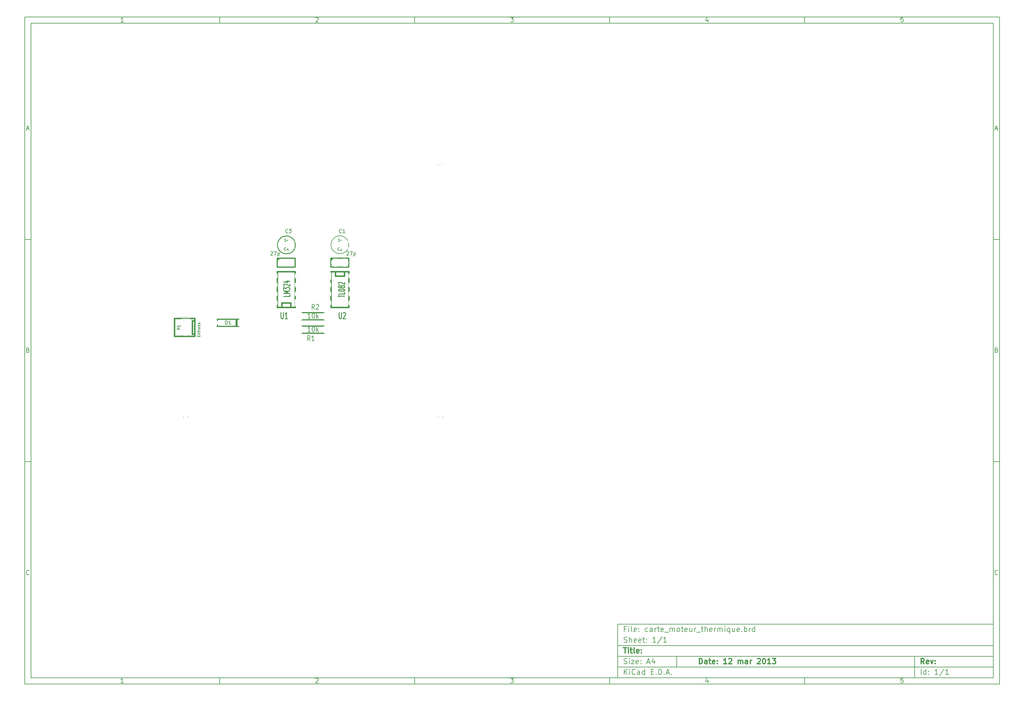
<source format=gto>
G04 (created by PCBNEW-RS274X (2012-01-19 BZR 3256)-stable) date 12/03/2013 15:57:58*
G01*
G70*
G90*
%MOIN*%
G04 Gerber Fmt 3.4, Leading zero omitted, Abs format*
%FSLAX34Y34*%
G04 APERTURE LIST*
%ADD10C,0.006000*%
%ADD11C,0.012000*%
%ADD12C,0.015000*%
%ADD13C,0.005000*%
%ADD14C,0.010000*%
%ADD15C,0.008000*%
%ADD16C,0.011300*%
%ADD17C,0.095000*%
%ADD18R,0.095000X0.095000*%
%ADD19C,0.235000*%
%ADD20C,0.105000*%
%ADD21R,0.075000X0.075000*%
%ADD22C,0.075000*%
%ADD23C,0.295600*%
%ADD24R,0.110000X0.082000*%
%ADD25O,0.110000X0.082000*%
%ADD26R,0.090000X0.090000*%
%ADD27C,0.090000*%
G04 APERTURE END LIST*
G54D10*
X04000Y-04000D02*
X113000Y-04000D01*
X113000Y-78670D01*
X04000Y-78670D01*
X04000Y-04000D01*
X04700Y-04700D02*
X112300Y-04700D01*
X112300Y-77970D01*
X04700Y-77970D01*
X04700Y-04700D01*
X25800Y-04000D02*
X25800Y-04700D01*
X15043Y-04552D02*
X14757Y-04552D01*
X14900Y-04552D02*
X14900Y-04052D01*
X14852Y-04124D01*
X14805Y-04171D01*
X14757Y-04195D01*
X25800Y-78670D02*
X25800Y-77970D01*
X15043Y-78522D02*
X14757Y-78522D01*
X14900Y-78522D02*
X14900Y-78022D01*
X14852Y-78094D01*
X14805Y-78141D01*
X14757Y-78165D01*
X47600Y-04000D02*
X47600Y-04700D01*
X36557Y-04100D02*
X36581Y-04076D01*
X36629Y-04052D01*
X36748Y-04052D01*
X36795Y-04076D01*
X36819Y-04100D01*
X36843Y-04148D01*
X36843Y-04195D01*
X36819Y-04267D01*
X36533Y-04552D01*
X36843Y-04552D01*
X47600Y-78670D02*
X47600Y-77970D01*
X36557Y-78070D02*
X36581Y-78046D01*
X36629Y-78022D01*
X36748Y-78022D01*
X36795Y-78046D01*
X36819Y-78070D01*
X36843Y-78118D01*
X36843Y-78165D01*
X36819Y-78237D01*
X36533Y-78522D01*
X36843Y-78522D01*
X69400Y-04000D02*
X69400Y-04700D01*
X58333Y-04052D02*
X58643Y-04052D01*
X58476Y-04243D01*
X58548Y-04243D01*
X58595Y-04267D01*
X58619Y-04290D01*
X58643Y-04338D01*
X58643Y-04457D01*
X58619Y-04505D01*
X58595Y-04529D01*
X58548Y-04552D01*
X58405Y-04552D01*
X58357Y-04529D01*
X58333Y-04505D01*
X69400Y-78670D02*
X69400Y-77970D01*
X58333Y-78022D02*
X58643Y-78022D01*
X58476Y-78213D01*
X58548Y-78213D01*
X58595Y-78237D01*
X58619Y-78260D01*
X58643Y-78308D01*
X58643Y-78427D01*
X58619Y-78475D01*
X58595Y-78499D01*
X58548Y-78522D01*
X58405Y-78522D01*
X58357Y-78499D01*
X58333Y-78475D01*
X91200Y-04000D02*
X91200Y-04700D01*
X80395Y-04219D02*
X80395Y-04552D01*
X80276Y-04029D02*
X80157Y-04386D01*
X80467Y-04386D01*
X91200Y-78670D02*
X91200Y-77970D01*
X80395Y-78189D02*
X80395Y-78522D01*
X80276Y-77999D02*
X80157Y-78356D01*
X80467Y-78356D01*
X102219Y-04052D02*
X101981Y-04052D01*
X101957Y-04290D01*
X101981Y-04267D01*
X102029Y-04243D01*
X102148Y-04243D01*
X102195Y-04267D01*
X102219Y-04290D01*
X102243Y-04338D01*
X102243Y-04457D01*
X102219Y-04505D01*
X102195Y-04529D01*
X102148Y-04552D01*
X102029Y-04552D01*
X101981Y-04529D01*
X101957Y-04505D01*
X102219Y-78022D02*
X101981Y-78022D01*
X101957Y-78260D01*
X101981Y-78237D01*
X102029Y-78213D01*
X102148Y-78213D01*
X102195Y-78237D01*
X102219Y-78260D01*
X102243Y-78308D01*
X102243Y-78427D01*
X102219Y-78475D01*
X102195Y-78499D01*
X102148Y-78522D01*
X102029Y-78522D01*
X101981Y-78499D01*
X101957Y-78475D01*
X04000Y-28890D02*
X04700Y-28890D01*
X04231Y-16510D02*
X04469Y-16510D01*
X04184Y-16652D02*
X04350Y-16152D01*
X04517Y-16652D01*
X113000Y-28890D02*
X112300Y-28890D01*
X112531Y-16510D02*
X112769Y-16510D01*
X112484Y-16652D02*
X112650Y-16152D01*
X112817Y-16652D01*
X04000Y-53780D02*
X04700Y-53780D01*
X04386Y-41280D02*
X04457Y-41304D01*
X04481Y-41328D01*
X04505Y-41376D01*
X04505Y-41447D01*
X04481Y-41495D01*
X04457Y-41519D01*
X04410Y-41542D01*
X04219Y-41542D01*
X04219Y-41042D01*
X04386Y-41042D01*
X04433Y-41066D01*
X04457Y-41090D01*
X04481Y-41138D01*
X04481Y-41185D01*
X04457Y-41233D01*
X04433Y-41257D01*
X04386Y-41280D01*
X04219Y-41280D01*
X113000Y-53780D02*
X112300Y-53780D01*
X112686Y-41280D02*
X112757Y-41304D01*
X112781Y-41328D01*
X112805Y-41376D01*
X112805Y-41447D01*
X112781Y-41495D01*
X112757Y-41519D01*
X112710Y-41542D01*
X112519Y-41542D01*
X112519Y-41042D01*
X112686Y-41042D01*
X112733Y-41066D01*
X112757Y-41090D01*
X112781Y-41138D01*
X112781Y-41185D01*
X112757Y-41233D01*
X112733Y-41257D01*
X112686Y-41280D01*
X112519Y-41280D01*
X04505Y-66385D02*
X04481Y-66409D01*
X04410Y-66432D01*
X04362Y-66432D01*
X04290Y-66409D01*
X04243Y-66361D01*
X04219Y-66313D01*
X04195Y-66218D01*
X04195Y-66147D01*
X04219Y-66051D01*
X04243Y-66004D01*
X04290Y-65956D01*
X04362Y-65932D01*
X04410Y-65932D01*
X04481Y-65956D01*
X04505Y-65980D01*
X112805Y-66385D02*
X112781Y-66409D01*
X112710Y-66432D01*
X112662Y-66432D01*
X112590Y-66409D01*
X112543Y-66361D01*
X112519Y-66313D01*
X112495Y-66218D01*
X112495Y-66147D01*
X112519Y-66051D01*
X112543Y-66004D01*
X112590Y-65956D01*
X112662Y-65932D01*
X112710Y-65932D01*
X112781Y-65956D01*
X112805Y-65980D01*
G54D11*
X79443Y-76413D02*
X79443Y-75813D01*
X79586Y-75813D01*
X79671Y-75841D01*
X79729Y-75899D01*
X79757Y-75956D01*
X79786Y-76070D01*
X79786Y-76156D01*
X79757Y-76270D01*
X79729Y-76327D01*
X79671Y-76384D01*
X79586Y-76413D01*
X79443Y-76413D01*
X80300Y-76413D02*
X80300Y-76099D01*
X80271Y-76041D01*
X80214Y-76013D01*
X80100Y-76013D01*
X80043Y-76041D01*
X80300Y-76384D02*
X80243Y-76413D01*
X80100Y-76413D01*
X80043Y-76384D01*
X80014Y-76327D01*
X80014Y-76270D01*
X80043Y-76213D01*
X80100Y-76184D01*
X80243Y-76184D01*
X80300Y-76156D01*
X80500Y-76013D02*
X80729Y-76013D01*
X80586Y-75813D02*
X80586Y-76327D01*
X80614Y-76384D01*
X80672Y-76413D01*
X80729Y-76413D01*
X81157Y-76384D02*
X81100Y-76413D01*
X80986Y-76413D01*
X80929Y-76384D01*
X80900Y-76327D01*
X80900Y-76099D01*
X80929Y-76041D01*
X80986Y-76013D01*
X81100Y-76013D01*
X81157Y-76041D01*
X81186Y-76099D01*
X81186Y-76156D01*
X80900Y-76213D01*
X81443Y-76356D02*
X81471Y-76384D01*
X81443Y-76413D01*
X81414Y-76384D01*
X81443Y-76356D01*
X81443Y-76413D01*
X81443Y-76041D02*
X81471Y-76070D01*
X81443Y-76099D01*
X81414Y-76070D01*
X81443Y-76041D01*
X81443Y-76099D01*
X82500Y-76413D02*
X82157Y-76413D01*
X82329Y-76413D02*
X82329Y-75813D01*
X82272Y-75899D01*
X82214Y-75956D01*
X82157Y-75984D01*
X82728Y-75870D02*
X82757Y-75841D01*
X82814Y-75813D01*
X82957Y-75813D01*
X83014Y-75841D01*
X83043Y-75870D01*
X83071Y-75927D01*
X83071Y-75984D01*
X83043Y-76070D01*
X82700Y-76413D01*
X83071Y-76413D01*
X83785Y-76413D02*
X83785Y-76013D01*
X83785Y-76070D02*
X83813Y-76041D01*
X83871Y-76013D01*
X83956Y-76013D01*
X84013Y-76041D01*
X84042Y-76099D01*
X84042Y-76413D01*
X84042Y-76099D02*
X84071Y-76041D01*
X84128Y-76013D01*
X84213Y-76013D01*
X84271Y-76041D01*
X84299Y-76099D01*
X84299Y-76413D01*
X84842Y-76413D02*
X84842Y-76099D01*
X84813Y-76041D01*
X84756Y-76013D01*
X84642Y-76013D01*
X84585Y-76041D01*
X84842Y-76384D02*
X84785Y-76413D01*
X84642Y-76413D01*
X84585Y-76384D01*
X84556Y-76327D01*
X84556Y-76270D01*
X84585Y-76213D01*
X84642Y-76184D01*
X84785Y-76184D01*
X84842Y-76156D01*
X85128Y-76413D02*
X85128Y-76013D01*
X85128Y-76127D02*
X85156Y-76070D01*
X85185Y-76041D01*
X85242Y-76013D01*
X85299Y-76013D01*
X85927Y-75870D02*
X85956Y-75841D01*
X86013Y-75813D01*
X86156Y-75813D01*
X86213Y-75841D01*
X86242Y-75870D01*
X86270Y-75927D01*
X86270Y-75984D01*
X86242Y-76070D01*
X85899Y-76413D01*
X86270Y-76413D01*
X86641Y-75813D02*
X86698Y-75813D01*
X86755Y-75841D01*
X86784Y-75870D01*
X86813Y-75927D01*
X86841Y-76041D01*
X86841Y-76184D01*
X86813Y-76299D01*
X86784Y-76356D01*
X86755Y-76384D01*
X86698Y-76413D01*
X86641Y-76413D01*
X86584Y-76384D01*
X86555Y-76356D01*
X86527Y-76299D01*
X86498Y-76184D01*
X86498Y-76041D01*
X86527Y-75927D01*
X86555Y-75870D01*
X86584Y-75841D01*
X86641Y-75813D01*
X87412Y-76413D02*
X87069Y-76413D01*
X87241Y-76413D02*
X87241Y-75813D01*
X87184Y-75899D01*
X87126Y-75956D01*
X87069Y-75984D01*
X87612Y-75813D02*
X87983Y-75813D01*
X87783Y-76041D01*
X87869Y-76041D01*
X87926Y-76070D01*
X87955Y-76099D01*
X87983Y-76156D01*
X87983Y-76299D01*
X87955Y-76356D01*
X87926Y-76384D01*
X87869Y-76413D01*
X87697Y-76413D01*
X87640Y-76384D01*
X87612Y-76356D01*
G54D10*
X71043Y-77613D02*
X71043Y-77013D01*
X71386Y-77613D02*
X71129Y-77270D01*
X71386Y-77013D02*
X71043Y-77356D01*
X71643Y-77613D02*
X71643Y-77213D01*
X71643Y-77013D02*
X71614Y-77041D01*
X71643Y-77070D01*
X71671Y-77041D01*
X71643Y-77013D01*
X71643Y-77070D01*
X72272Y-77556D02*
X72243Y-77584D01*
X72157Y-77613D01*
X72100Y-77613D01*
X72015Y-77584D01*
X71957Y-77527D01*
X71929Y-77470D01*
X71900Y-77356D01*
X71900Y-77270D01*
X71929Y-77156D01*
X71957Y-77099D01*
X72015Y-77041D01*
X72100Y-77013D01*
X72157Y-77013D01*
X72243Y-77041D01*
X72272Y-77070D01*
X72786Y-77613D02*
X72786Y-77299D01*
X72757Y-77241D01*
X72700Y-77213D01*
X72586Y-77213D01*
X72529Y-77241D01*
X72786Y-77584D02*
X72729Y-77613D01*
X72586Y-77613D01*
X72529Y-77584D01*
X72500Y-77527D01*
X72500Y-77470D01*
X72529Y-77413D01*
X72586Y-77384D01*
X72729Y-77384D01*
X72786Y-77356D01*
X73329Y-77613D02*
X73329Y-77013D01*
X73329Y-77584D02*
X73272Y-77613D01*
X73158Y-77613D01*
X73100Y-77584D01*
X73072Y-77556D01*
X73043Y-77499D01*
X73043Y-77327D01*
X73072Y-77270D01*
X73100Y-77241D01*
X73158Y-77213D01*
X73272Y-77213D01*
X73329Y-77241D01*
X74072Y-77299D02*
X74272Y-77299D01*
X74358Y-77613D02*
X74072Y-77613D01*
X74072Y-77013D01*
X74358Y-77013D01*
X74615Y-77556D02*
X74643Y-77584D01*
X74615Y-77613D01*
X74586Y-77584D01*
X74615Y-77556D01*
X74615Y-77613D01*
X74901Y-77613D02*
X74901Y-77013D01*
X75044Y-77013D01*
X75129Y-77041D01*
X75187Y-77099D01*
X75215Y-77156D01*
X75244Y-77270D01*
X75244Y-77356D01*
X75215Y-77470D01*
X75187Y-77527D01*
X75129Y-77584D01*
X75044Y-77613D01*
X74901Y-77613D01*
X75501Y-77556D02*
X75529Y-77584D01*
X75501Y-77613D01*
X75472Y-77584D01*
X75501Y-77556D01*
X75501Y-77613D01*
X75758Y-77441D02*
X76044Y-77441D01*
X75701Y-77613D02*
X75901Y-77013D01*
X76101Y-77613D01*
X76301Y-77556D02*
X76329Y-77584D01*
X76301Y-77613D01*
X76272Y-77584D01*
X76301Y-77556D01*
X76301Y-77613D01*
G54D11*
X104586Y-76413D02*
X104386Y-76127D01*
X104243Y-76413D02*
X104243Y-75813D01*
X104471Y-75813D01*
X104529Y-75841D01*
X104557Y-75870D01*
X104586Y-75927D01*
X104586Y-76013D01*
X104557Y-76070D01*
X104529Y-76099D01*
X104471Y-76127D01*
X104243Y-76127D01*
X105071Y-76384D02*
X105014Y-76413D01*
X104900Y-76413D01*
X104843Y-76384D01*
X104814Y-76327D01*
X104814Y-76099D01*
X104843Y-76041D01*
X104900Y-76013D01*
X105014Y-76013D01*
X105071Y-76041D01*
X105100Y-76099D01*
X105100Y-76156D01*
X104814Y-76213D01*
X105300Y-76013D02*
X105443Y-76413D01*
X105585Y-76013D01*
X105814Y-76356D02*
X105842Y-76384D01*
X105814Y-76413D01*
X105785Y-76384D01*
X105814Y-76356D01*
X105814Y-76413D01*
X105814Y-76041D02*
X105842Y-76070D01*
X105814Y-76099D01*
X105785Y-76070D01*
X105814Y-76041D01*
X105814Y-76099D01*
G54D10*
X71014Y-76384D02*
X71100Y-76413D01*
X71243Y-76413D01*
X71300Y-76384D01*
X71329Y-76356D01*
X71357Y-76299D01*
X71357Y-76241D01*
X71329Y-76184D01*
X71300Y-76156D01*
X71243Y-76127D01*
X71129Y-76099D01*
X71071Y-76070D01*
X71043Y-76041D01*
X71014Y-75984D01*
X71014Y-75927D01*
X71043Y-75870D01*
X71071Y-75841D01*
X71129Y-75813D01*
X71271Y-75813D01*
X71357Y-75841D01*
X71614Y-76413D02*
X71614Y-76013D01*
X71614Y-75813D02*
X71585Y-75841D01*
X71614Y-75870D01*
X71642Y-75841D01*
X71614Y-75813D01*
X71614Y-75870D01*
X71843Y-76013D02*
X72157Y-76013D01*
X71843Y-76413D01*
X72157Y-76413D01*
X72614Y-76384D02*
X72557Y-76413D01*
X72443Y-76413D01*
X72386Y-76384D01*
X72357Y-76327D01*
X72357Y-76099D01*
X72386Y-76041D01*
X72443Y-76013D01*
X72557Y-76013D01*
X72614Y-76041D01*
X72643Y-76099D01*
X72643Y-76156D01*
X72357Y-76213D01*
X72900Y-76356D02*
X72928Y-76384D01*
X72900Y-76413D01*
X72871Y-76384D01*
X72900Y-76356D01*
X72900Y-76413D01*
X72900Y-76041D02*
X72928Y-76070D01*
X72900Y-76099D01*
X72871Y-76070D01*
X72900Y-76041D01*
X72900Y-76099D01*
X73614Y-76241D02*
X73900Y-76241D01*
X73557Y-76413D02*
X73757Y-75813D01*
X73957Y-76413D01*
X74414Y-76013D02*
X74414Y-76413D01*
X74271Y-75784D02*
X74128Y-76213D01*
X74500Y-76213D01*
X104243Y-77613D02*
X104243Y-77013D01*
X104786Y-77613D02*
X104786Y-77013D01*
X104786Y-77584D02*
X104729Y-77613D01*
X104615Y-77613D01*
X104557Y-77584D01*
X104529Y-77556D01*
X104500Y-77499D01*
X104500Y-77327D01*
X104529Y-77270D01*
X104557Y-77241D01*
X104615Y-77213D01*
X104729Y-77213D01*
X104786Y-77241D01*
X105072Y-77556D02*
X105100Y-77584D01*
X105072Y-77613D01*
X105043Y-77584D01*
X105072Y-77556D01*
X105072Y-77613D01*
X105072Y-77241D02*
X105100Y-77270D01*
X105072Y-77299D01*
X105043Y-77270D01*
X105072Y-77241D01*
X105072Y-77299D01*
X106129Y-77613D02*
X105786Y-77613D01*
X105958Y-77613D02*
X105958Y-77013D01*
X105901Y-77099D01*
X105843Y-77156D01*
X105786Y-77184D01*
X106814Y-76984D02*
X106300Y-77756D01*
X107329Y-77613D02*
X106986Y-77613D01*
X107158Y-77613D02*
X107158Y-77013D01*
X107101Y-77099D01*
X107043Y-77156D01*
X106986Y-77184D01*
G54D11*
X70957Y-74613D02*
X71300Y-74613D01*
X71129Y-75213D02*
X71129Y-74613D01*
X71500Y-75213D02*
X71500Y-74813D01*
X71500Y-74613D02*
X71471Y-74641D01*
X71500Y-74670D01*
X71528Y-74641D01*
X71500Y-74613D01*
X71500Y-74670D01*
X71700Y-74813D02*
X71929Y-74813D01*
X71786Y-74613D02*
X71786Y-75127D01*
X71814Y-75184D01*
X71872Y-75213D01*
X71929Y-75213D01*
X72215Y-75213D02*
X72157Y-75184D01*
X72129Y-75127D01*
X72129Y-74613D01*
X72671Y-75184D02*
X72614Y-75213D01*
X72500Y-75213D01*
X72443Y-75184D01*
X72414Y-75127D01*
X72414Y-74899D01*
X72443Y-74841D01*
X72500Y-74813D01*
X72614Y-74813D01*
X72671Y-74841D01*
X72700Y-74899D01*
X72700Y-74956D01*
X72414Y-75013D01*
X72957Y-75156D02*
X72985Y-75184D01*
X72957Y-75213D01*
X72928Y-75184D01*
X72957Y-75156D01*
X72957Y-75213D01*
X72957Y-74841D02*
X72985Y-74870D01*
X72957Y-74899D01*
X72928Y-74870D01*
X72957Y-74841D01*
X72957Y-74899D01*
G54D10*
X71243Y-72499D02*
X71043Y-72499D01*
X71043Y-72813D02*
X71043Y-72213D01*
X71329Y-72213D01*
X71557Y-72813D02*
X71557Y-72413D01*
X71557Y-72213D02*
X71528Y-72241D01*
X71557Y-72270D01*
X71585Y-72241D01*
X71557Y-72213D01*
X71557Y-72270D01*
X71929Y-72813D02*
X71871Y-72784D01*
X71843Y-72727D01*
X71843Y-72213D01*
X72385Y-72784D02*
X72328Y-72813D01*
X72214Y-72813D01*
X72157Y-72784D01*
X72128Y-72727D01*
X72128Y-72499D01*
X72157Y-72441D01*
X72214Y-72413D01*
X72328Y-72413D01*
X72385Y-72441D01*
X72414Y-72499D01*
X72414Y-72556D01*
X72128Y-72613D01*
X72671Y-72756D02*
X72699Y-72784D01*
X72671Y-72813D01*
X72642Y-72784D01*
X72671Y-72756D01*
X72671Y-72813D01*
X72671Y-72441D02*
X72699Y-72470D01*
X72671Y-72499D01*
X72642Y-72470D01*
X72671Y-72441D01*
X72671Y-72499D01*
X73671Y-72784D02*
X73614Y-72813D01*
X73500Y-72813D01*
X73442Y-72784D01*
X73414Y-72756D01*
X73385Y-72699D01*
X73385Y-72527D01*
X73414Y-72470D01*
X73442Y-72441D01*
X73500Y-72413D01*
X73614Y-72413D01*
X73671Y-72441D01*
X74185Y-72813D02*
X74185Y-72499D01*
X74156Y-72441D01*
X74099Y-72413D01*
X73985Y-72413D01*
X73928Y-72441D01*
X74185Y-72784D02*
X74128Y-72813D01*
X73985Y-72813D01*
X73928Y-72784D01*
X73899Y-72727D01*
X73899Y-72670D01*
X73928Y-72613D01*
X73985Y-72584D01*
X74128Y-72584D01*
X74185Y-72556D01*
X74471Y-72813D02*
X74471Y-72413D01*
X74471Y-72527D02*
X74499Y-72470D01*
X74528Y-72441D01*
X74585Y-72413D01*
X74642Y-72413D01*
X74756Y-72413D02*
X74985Y-72413D01*
X74842Y-72213D02*
X74842Y-72727D01*
X74870Y-72784D01*
X74928Y-72813D01*
X74985Y-72813D01*
X75413Y-72784D02*
X75356Y-72813D01*
X75242Y-72813D01*
X75185Y-72784D01*
X75156Y-72727D01*
X75156Y-72499D01*
X75185Y-72441D01*
X75242Y-72413D01*
X75356Y-72413D01*
X75413Y-72441D01*
X75442Y-72499D01*
X75442Y-72556D01*
X75156Y-72613D01*
X75556Y-72870D02*
X76013Y-72870D01*
X76156Y-72813D02*
X76156Y-72413D01*
X76156Y-72470D02*
X76184Y-72441D01*
X76242Y-72413D01*
X76327Y-72413D01*
X76384Y-72441D01*
X76413Y-72499D01*
X76413Y-72813D01*
X76413Y-72499D02*
X76442Y-72441D01*
X76499Y-72413D01*
X76584Y-72413D01*
X76642Y-72441D01*
X76670Y-72499D01*
X76670Y-72813D01*
X77042Y-72813D02*
X76984Y-72784D01*
X76956Y-72756D01*
X76927Y-72699D01*
X76927Y-72527D01*
X76956Y-72470D01*
X76984Y-72441D01*
X77042Y-72413D01*
X77127Y-72413D01*
X77184Y-72441D01*
X77213Y-72470D01*
X77242Y-72527D01*
X77242Y-72699D01*
X77213Y-72756D01*
X77184Y-72784D01*
X77127Y-72813D01*
X77042Y-72813D01*
X77413Y-72413D02*
X77642Y-72413D01*
X77499Y-72213D02*
X77499Y-72727D01*
X77527Y-72784D01*
X77585Y-72813D01*
X77642Y-72813D01*
X78070Y-72784D02*
X78013Y-72813D01*
X77899Y-72813D01*
X77842Y-72784D01*
X77813Y-72727D01*
X77813Y-72499D01*
X77842Y-72441D01*
X77899Y-72413D01*
X78013Y-72413D01*
X78070Y-72441D01*
X78099Y-72499D01*
X78099Y-72556D01*
X77813Y-72613D01*
X78613Y-72413D02*
X78613Y-72813D01*
X78356Y-72413D02*
X78356Y-72727D01*
X78384Y-72784D01*
X78442Y-72813D01*
X78527Y-72813D01*
X78584Y-72784D01*
X78613Y-72756D01*
X78899Y-72813D02*
X78899Y-72413D01*
X78899Y-72527D02*
X78927Y-72470D01*
X78956Y-72441D01*
X79013Y-72413D01*
X79070Y-72413D01*
X79127Y-72870D02*
X79584Y-72870D01*
X79641Y-72413D02*
X79870Y-72413D01*
X79727Y-72213D02*
X79727Y-72727D01*
X79755Y-72784D01*
X79813Y-72813D01*
X79870Y-72813D01*
X80070Y-72813D02*
X80070Y-72213D01*
X80327Y-72813D02*
X80327Y-72499D01*
X80298Y-72441D01*
X80241Y-72413D01*
X80156Y-72413D01*
X80098Y-72441D01*
X80070Y-72470D01*
X80841Y-72784D02*
X80784Y-72813D01*
X80670Y-72813D01*
X80613Y-72784D01*
X80584Y-72727D01*
X80584Y-72499D01*
X80613Y-72441D01*
X80670Y-72413D01*
X80784Y-72413D01*
X80841Y-72441D01*
X80870Y-72499D01*
X80870Y-72556D01*
X80584Y-72613D01*
X81127Y-72813D02*
X81127Y-72413D01*
X81127Y-72527D02*
X81155Y-72470D01*
X81184Y-72441D01*
X81241Y-72413D01*
X81298Y-72413D01*
X81498Y-72813D02*
X81498Y-72413D01*
X81498Y-72470D02*
X81526Y-72441D01*
X81584Y-72413D01*
X81669Y-72413D01*
X81726Y-72441D01*
X81755Y-72499D01*
X81755Y-72813D01*
X81755Y-72499D02*
X81784Y-72441D01*
X81841Y-72413D01*
X81926Y-72413D01*
X81984Y-72441D01*
X82012Y-72499D01*
X82012Y-72813D01*
X82298Y-72813D02*
X82298Y-72413D01*
X82298Y-72213D02*
X82269Y-72241D01*
X82298Y-72270D01*
X82326Y-72241D01*
X82298Y-72213D01*
X82298Y-72270D01*
X82841Y-72413D02*
X82841Y-73013D01*
X82841Y-72784D02*
X82784Y-72813D01*
X82670Y-72813D01*
X82612Y-72784D01*
X82584Y-72756D01*
X82555Y-72699D01*
X82555Y-72527D01*
X82584Y-72470D01*
X82612Y-72441D01*
X82670Y-72413D01*
X82784Y-72413D01*
X82841Y-72441D01*
X83384Y-72413D02*
X83384Y-72813D01*
X83127Y-72413D02*
X83127Y-72727D01*
X83155Y-72784D01*
X83213Y-72813D01*
X83298Y-72813D01*
X83355Y-72784D01*
X83384Y-72756D01*
X83898Y-72784D02*
X83841Y-72813D01*
X83727Y-72813D01*
X83670Y-72784D01*
X83641Y-72727D01*
X83641Y-72499D01*
X83670Y-72441D01*
X83727Y-72413D01*
X83841Y-72413D01*
X83898Y-72441D01*
X83927Y-72499D01*
X83927Y-72556D01*
X83641Y-72613D01*
X84184Y-72756D02*
X84212Y-72784D01*
X84184Y-72813D01*
X84155Y-72784D01*
X84184Y-72756D01*
X84184Y-72813D01*
X84470Y-72813D02*
X84470Y-72213D01*
X84470Y-72441D02*
X84527Y-72413D01*
X84641Y-72413D01*
X84698Y-72441D01*
X84727Y-72470D01*
X84756Y-72527D01*
X84756Y-72699D01*
X84727Y-72756D01*
X84698Y-72784D01*
X84641Y-72813D01*
X84527Y-72813D01*
X84470Y-72784D01*
X85013Y-72813D02*
X85013Y-72413D01*
X85013Y-72527D02*
X85041Y-72470D01*
X85070Y-72441D01*
X85127Y-72413D01*
X85184Y-72413D01*
X85641Y-72813D02*
X85641Y-72213D01*
X85641Y-72784D02*
X85584Y-72813D01*
X85470Y-72813D01*
X85412Y-72784D01*
X85384Y-72756D01*
X85355Y-72699D01*
X85355Y-72527D01*
X85384Y-72470D01*
X85412Y-72441D01*
X85470Y-72413D01*
X85584Y-72413D01*
X85641Y-72441D01*
X71014Y-73984D02*
X71100Y-74013D01*
X71243Y-74013D01*
X71300Y-73984D01*
X71329Y-73956D01*
X71357Y-73899D01*
X71357Y-73841D01*
X71329Y-73784D01*
X71300Y-73756D01*
X71243Y-73727D01*
X71129Y-73699D01*
X71071Y-73670D01*
X71043Y-73641D01*
X71014Y-73584D01*
X71014Y-73527D01*
X71043Y-73470D01*
X71071Y-73441D01*
X71129Y-73413D01*
X71271Y-73413D01*
X71357Y-73441D01*
X71614Y-74013D02*
X71614Y-73413D01*
X71871Y-74013D02*
X71871Y-73699D01*
X71842Y-73641D01*
X71785Y-73613D01*
X71700Y-73613D01*
X71642Y-73641D01*
X71614Y-73670D01*
X72385Y-73984D02*
X72328Y-74013D01*
X72214Y-74013D01*
X72157Y-73984D01*
X72128Y-73927D01*
X72128Y-73699D01*
X72157Y-73641D01*
X72214Y-73613D01*
X72328Y-73613D01*
X72385Y-73641D01*
X72414Y-73699D01*
X72414Y-73756D01*
X72128Y-73813D01*
X72899Y-73984D02*
X72842Y-74013D01*
X72728Y-74013D01*
X72671Y-73984D01*
X72642Y-73927D01*
X72642Y-73699D01*
X72671Y-73641D01*
X72728Y-73613D01*
X72842Y-73613D01*
X72899Y-73641D01*
X72928Y-73699D01*
X72928Y-73756D01*
X72642Y-73813D01*
X73099Y-73613D02*
X73328Y-73613D01*
X73185Y-73413D02*
X73185Y-73927D01*
X73213Y-73984D01*
X73271Y-74013D01*
X73328Y-74013D01*
X73528Y-73956D02*
X73556Y-73984D01*
X73528Y-74013D01*
X73499Y-73984D01*
X73528Y-73956D01*
X73528Y-74013D01*
X73528Y-73641D02*
X73556Y-73670D01*
X73528Y-73699D01*
X73499Y-73670D01*
X73528Y-73641D01*
X73528Y-73699D01*
X74585Y-74013D02*
X74242Y-74013D01*
X74414Y-74013D02*
X74414Y-73413D01*
X74357Y-73499D01*
X74299Y-73556D01*
X74242Y-73584D01*
X75270Y-73384D02*
X74756Y-74156D01*
X75785Y-74013D02*
X75442Y-74013D01*
X75614Y-74013D02*
X75614Y-73413D01*
X75557Y-73499D01*
X75499Y-73556D01*
X75442Y-73584D01*
X70300Y-71970D02*
X70300Y-77970D01*
X70300Y-71970D02*
X112300Y-71970D01*
X70300Y-71970D02*
X112300Y-71970D01*
X70300Y-74370D02*
X112300Y-74370D01*
X103500Y-75570D02*
X103500Y-77970D01*
X70300Y-76770D02*
X112300Y-76770D01*
X70300Y-75570D02*
X112300Y-75570D01*
X76900Y-75570D02*
X76900Y-76770D01*
G54D11*
X37750Y-39000D02*
X37550Y-39000D01*
X34750Y-39000D02*
X34950Y-39000D01*
X34950Y-39000D02*
X34950Y-39400D01*
X34950Y-39400D02*
X37550Y-39400D01*
X37550Y-39400D02*
X37550Y-38600D01*
X37550Y-38600D02*
X34950Y-38600D01*
X34950Y-38600D02*
X34950Y-39000D01*
X37550Y-39200D02*
X37350Y-39400D01*
X34750Y-37500D02*
X34950Y-37500D01*
X37750Y-37500D02*
X37550Y-37500D01*
X37550Y-37500D02*
X37550Y-37100D01*
X37550Y-37100D02*
X34950Y-37100D01*
X34950Y-37100D02*
X34950Y-37900D01*
X34950Y-37900D02*
X37550Y-37900D01*
X37550Y-37900D02*
X37550Y-37500D01*
X34950Y-37300D02*
X35150Y-37100D01*
G54D12*
X23000Y-38000D02*
X22750Y-38000D01*
X22750Y-38000D02*
X22750Y-39500D01*
X22750Y-39500D02*
X23000Y-39500D01*
X23000Y-37750D02*
X20750Y-37750D01*
X20750Y-37750D02*
X20750Y-39750D01*
X20750Y-39750D02*
X23000Y-39750D01*
X23000Y-39750D02*
X23000Y-37750D01*
G54D10*
X21500Y-37750D02*
X22500Y-37750D01*
X22500Y-39750D02*
X21500Y-39750D01*
G54D11*
X28250Y-38250D02*
X27950Y-38250D01*
X27950Y-38250D02*
X27950Y-37850D01*
X27950Y-37850D02*
X25550Y-37850D01*
X25550Y-37850D02*
X25550Y-38250D01*
X25550Y-38250D02*
X25250Y-38250D01*
X25550Y-38250D02*
X25550Y-38650D01*
X25550Y-38650D02*
X27950Y-38650D01*
X27950Y-38650D02*
X27950Y-38250D01*
X27750Y-37850D02*
X27750Y-38650D01*
X27650Y-38650D02*
X27650Y-37850D01*
G54D13*
X40251Y-29500D02*
X40231Y-29694D01*
X40175Y-29881D01*
X40083Y-30053D01*
X39960Y-30205D01*
X39809Y-30329D01*
X39637Y-30422D01*
X39451Y-30480D01*
X39256Y-30500D01*
X39063Y-30483D01*
X38876Y-30428D01*
X38702Y-30337D01*
X38550Y-30215D01*
X38425Y-30065D01*
X38330Y-29894D01*
X38271Y-29708D01*
X38250Y-29513D01*
X38266Y-29320D01*
X38320Y-29132D01*
X38409Y-28958D01*
X38530Y-28805D01*
X38679Y-28679D01*
X38850Y-28583D01*
X39036Y-28523D01*
X39230Y-28500D01*
X39423Y-28515D01*
X39611Y-28567D01*
X39786Y-28655D01*
X39940Y-28776D01*
X40067Y-28923D01*
X40164Y-29093D01*
X40226Y-29279D01*
X40250Y-29473D01*
X40251Y-29500D01*
G54D11*
X38270Y-31000D02*
X40250Y-31000D01*
X40250Y-31000D02*
X40250Y-32000D01*
X40250Y-32000D02*
X38250Y-32000D01*
X38250Y-32000D02*
X38250Y-31000D01*
X38250Y-31250D02*
X38500Y-31000D01*
G54D12*
X22900Y-50250D02*
X22882Y-50424D01*
X22832Y-50592D01*
X22749Y-50748D01*
X22638Y-50884D01*
X22503Y-50996D01*
X22348Y-51079D01*
X22180Y-51131D01*
X22006Y-51149D01*
X21832Y-51134D01*
X21663Y-51084D01*
X21508Y-51003D01*
X21371Y-50893D01*
X21258Y-50758D01*
X21173Y-50604D01*
X21120Y-50437D01*
X21101Y-50262D01*
X21115Y-50088D01*
X21164Y-49919D01*
X21244Y-49763D01*
X21353Y-49625D01*
X21487Y-49511D01*
X21640Y-49426D01*
X21807Y-49371D01*
X21982Y-49351D01*
X22156Y-49364D01*
X22325Y-49411D01*
X22482Y-49491D01*
X22620Y-49599D01*
X22735Y-49732D01*
X22822Y-49884D01*
X22877Y-50051D01*
X22899Y-50225D01*
X22900Y-50250D01*
X51400Y-50250D02*
X51382Y-50424D01*
X51332Y-50592D01*
X51249Y-50748D01*
X51138Y-50884D01*
X51003Y-50996D01*
X50848Y-51079D01*
X50680Y-51131D01*
X50506Y-51149D01*
X50332Y-51134D01*
X50163Y-51084D01*
X50008Y-51003D01*
X49871Y-50893D01*
X49758Y-50758D01*
X49673Y-50604D01*
X49620Y-50437D01*
X49601Y-50262D01*
X49615Y-50088D01*
X49664Y-49919D01*
X49744Y-49763D01*
X49853Y-49625D01*
X49987Y-49511D01*
X50140Y-49426D01*
X50307Y-49371D01*
X50482Y-49351D01*
X50656Y-49364D01*
X50825Y-49411D01*
X50982Y-49491D01*
X51120Y-49599D01*
X51235Y-49732D01*
X51322Y-49884D01*
X51377Y-50051D01*
X51399Y-50225D01*
X51400Y-50250D01*
X51400Y-22000D02*
X51382Y-22174D01*
X51332Y-22342D01*
X51249Y-22498D01*
X51138Y-22634D01*
X51003Y-22746D01*
X50848Y-22829D01*
X50680Y-22881D01*
X50506Y-22899D01*
X50332Y-22884D01*
X50163Y-22834D01*
X50008Y-22753D01*
X49871Y-22643D01*
X49758Y-22508D01*
X49673Y-22354D01*
X49620Y-22187D01*
X49601Y-22012D01*
X49615Y-21838D01*
X49664Y-21669D01*
X49744Y-21513D01*
X49853Y-21375D01*
X49987Y-21261D01*
X50140Y-21176D01*
X50307Y-21121D01*
X50482Y-21101D01*
X50656Y-21114D01*
X50825Y-21161D01*
X50982Y-21241D01*
X51120Y-21349D01*
X51235Y-21482D01*
X51322Y-21634D01*
X51377Y-21801D01*
X51399Y-21975D01*
X51400Y-22000D01*
X39750Y-32500D02*
X39750Y-33000D01*
X39750Y-33000D02*
X38750Y-33000D01*
X38750Y-33000D02*
X38750Y-32500D01*
X40250Y-32500D02*
X40250Y-36500D01*
X40250Y-36500D02*
X38250Y-36500D01*
X38250Y-36500D02*
X38250Y-32500D01*
X38250Y-32500D02*
X40250Y-32500D01*
X32750Y-36500D02*
X32750Y-36000D01*
X32750Y-36000D02*
X33750Y-36000D01*
X33750Y-36000D02*
X33750Y-36500D01*
X32250Y-36500D02*
X32250Y-32500D01*
X32250Y-32500D02*
X34250Y-32500D01*
X34250Y-32500D02*
X34250Y-36500D01*
X34250Y-36500D02*
X32250Y-36500D01*
G54D14*
X34251Y-29500D02*
X34231Y-29694D01*
X34175Y-29881D01*
X34083Y-30053D01*
X33960Y-30205D01*
X33809Y-30329D01*
X33637Y-30422D01*
X33451Y-30480D01*
X33256Y-30500D01*
X33063Y-30483D01*
X32876Y-30428D01*
X32702Y-30337D01*
X32550Y-30215D01*
X32425Y-30065D01*
X32330Y-29894D01*
X32271Y-29708D01*
X32250Y-29513D01*
X32266Y-29320D01*
X32320Y-29132D01*
X32409Y-28958D01*
X32530Y-28805D01*
X32679Y-28679D01*
X32850Y-28583D01*
X33036Y-28523D01*
X33230Y-28500D01*
X33423Y-28515D01*
X33611Y-28567D01*
X33786Y-28655D01*
X33940Y-28776D01*
X34067Y-28923D01*
X34164Y-29093D01*
X34226Y-29279D01*
X34250Y-29473D01*
X34251Y-29500D01*
G54D11*
X32270Y-31000D02*
X34250Y-31000D01*
X34250Y-31000D02*
X34250Y-32000D01*
X34250Y-32000D02*
X32250Y-32000D01*
X32250Y-32000D02*
X32250Y-31000D01*
X32250Y-31250D02*
X32500Y-31000D01*
G54D15*
X35917Y-40223D02*
X35750Y-39961D01*
X35631Y-40223D02*
X35631Y-39673D01*
X35822Y-39673D01*
X35869Y-39699D01*
X35893Y-39725D01*
X35917Y-39777D01*
X35917Y-39856D01*
X35893Y-39908D01*
X35869Y-39935D01*
X35822Y-39961D01*
X35631Y-39961D01*
X36393Y-40223D02*
X36107Y-40223D01*
X36250Y-40223D02*
X36250Y-39673D01*
X36202Y-39751D01*
X36155Y-39804D01*
X36107Y-39830D01*
X35953Y-39223D02*
X35667Y-39223D01*
X35810Y-39223D02*
X35810Y-38673D01*
X35762Y-38751D01*
X35715Y-38804D01*
X35667Y-38830D01*
X36262Y-38673D02*
X36310Y-38673D01*
X36358Y-38699D01*
X36381Y-38725D01*
X36405Y-38777D01*
X36429Y-38882D01*
X36429Y-39013D01*
X36405Y-39118D01*
X36381Y-39170D01*
X36358Y-39196D01*
X36310Y-39223D01*
X36262Y-39223D01*
X36215Y-39196D01*
X36191Y-39170D01*
X36167Y-39118D01*
X36143Y-39013D01*
X36143Y-38882D01*
X36167Y-38777D01*
X36191Y-38725D01*
X36215Y-38699D01*
X36262Y-38673D01*
X36643Y-39223D02*
X36643Y-38673D01*
X36691Y-39013D02*
X36834Y-39223D01*
X36834Y-38856D02*
X36643Y-39065D01*
X36417Y-36723D02*
X36250Y-36461D01*
X36131Y-36723D02*
X36131Y-36173D01*
X36322Y-36173D01*
X36369Y-36199D01*
X36393Y-36225D01*
X36417Y-36277D01*
X36417Y-36356D01*
X36393Y-36408D01*
X36369Y-36435D01*
X36322Y-36461D01*
X36131Y-36461D01*
X36607Y-36225D02*
X36631Y-36199D01*
X36679Y-36173D01*
X36798Y-36173D01*
X36845Y-36199D01*
X36869Y-36225D01*
X36893Y-36277D01*
X36893Y-36330D01*
X36869Y-36408D01*
X36583Y-36723D01*
X36893Y-36723D01*
X35953Y-37723D02*
X35667Y-37723D01*
X35810Y-37723D02*
X35810Y-37173D01*
X35762Y-37251D01*
X35715Y-37304D01*
X35667Y-37330D01*
X36262Y-37173D02*
X36310Y-37173D01*
X36358Y-37199D01*
X36381Y-37225D01*
X36405Y-37277D01*
X36429Y-37382D01*
X36429Y-37513D01*
X36405Y-37618D01*
X36381Y-37670D01*
X36358Y-37696D01*
X36310Y-37723D01*
X36262Y-37723D01*
X36215Y-37696D01*
X36191Y-37670D01*
X36167Y-37618D01*
X36143Y-37513D01*
X36143Y-37382D01*
X36167Y-37277D01*
X36191Y-37225D01*
X36215Y-37199D01*
X36262Y-37173D01*
X36643Y-37723D02*
X36643Y-37173D01*
X36691Y-37513D02*
X36834Y-37723D01*
X36834Y-37356D02*
X36643Y-37565D01*
G54D10*
X21371Y-38972D02*
X21071Y-38972D01*
X21071Y-38857D01*
X21086Y-38829D01*
X21100Y-38814D01*
X21129Y-38800D01*
X21171Y-38800D01*
X21200Y-38814D01*
X21214Y-38829D01*
X21229Y-38857D01*
X21229Y-38972D01*
X21371Y-38514D02*
X21371Y-38686D01*
X21371Y-38600D02*
X21071Y-38600D01*
X21114Y-38629D01*
X21143Y-38657D01*
X21157Y-38686D01*
X23464Y-39757D02*
X23464Y-39657D01*
X23621Y-39614D02*
X23621Y-39757D01*
X23321Y-39757D01*
X23321Y-39614D01*
X23421Y-39486D02*
X23621Y-39486D01*
X23450Y-39486D02*
X23436Y-39471D01*
X23421Y-39443D01*
X23421Y-39400D01*
X23436Y-39371D01*
X23464Y-39357D01*
X23621Y-39357D01*
X23421Y-39257D02*
X23421Y-39143D01*
X23321Y-39215D02*
X23579Y-39215D01*
X23607Y-39200D01*
X23621Y-39172D01*
X23621Y-39143D01*
X23621Y-39044D02*
X23421Y-39044D01*
X23479Y-39044D02*
X23450Y-39029D01*
X23436Y-39015D01*
X23421Y-38986D01*
X23421Y-38958D01*
X23607Y-38743D02*
X23621Y-38772D01*
X23621Y-38829D01*
X23607Y-38858D01*
X23579Y-38872D01*
X23464Y-38872D01*
X23436Y-38858D01*
X23421Y-38829D01*
X23421Y-38772D01*
X23436Y-38743D01*
X23464Y-38729D01*
X23493Y-38729D01*
X23521Y-38872D01*
X23607Y-38486D02*
X23621Y-38515D01*
X23621Y-38572D01*
X23607Y-38601D01*
X23579Y-38615D01*
X23464Y-38615D01*
X23436Y-38601D01*
X23421Y-38572D01*
X23421Y-38515D01*
X23436Y-38486D01*
X23464Y-38472D01*
X23493Y-38472D01*
X23521Y-38615D01*
X23607Y-38358D02*
X23621Y-38329D01*
X23621Y-38272D01*
X23607Y-38244D01*
X23579Y-38229D01*
X23564Y-38229D01*
X23536Y-38244D01*
X23521Y-38272D01*
X23521Y-38315D01*
X23507Y-38344D01*
X23479Y-38358D01*
X23464Y-38358D01*
X23436Y-38344D01*
X23421Y-38315D01*
X23421Y-38272D01*
X23436Y-38244D01*
G54D15*
X26455Y-38412D02*
X26455Y-38012D01*
X26550Y-38012D01*
X26608Y-38031D01*
X26646Y-38069D01*
X26665Y-38107D01*
X26684Y-38183D01*
X26684Y-38240D01*
X26665Y-38317D01*
X26646Y-38355D01*
X26608Y-38393D01*
X26550Y-38412D01*
X26455Y-38412D01*
X27065Y-38412D02*
X26836Y-38412D01*
X26950Y-38412D02*
X26950Y-38012D01*
X26912Y-38069D01*
X26874Y-38107D01*
X26836Y-38126D01*
G54D13*
X39200Y-30093D02*
X39186Y-30107D01*
X39143Y-30121D01*
X39114Y-30121D01*
X39071Y-30107D01*
X39043Y-30079D01*
X39028Y-30050D01*
X39014Y-29993D01*
X39014Y-29950D01*
X39028Y-29893D01*
X39043Y-29864D01*
X39071Y-29836D01*
X39114Y-29821D01*
X39143Y-29821D01*
X39186Y-29836D01*
X39200Y-29850D01*
X39314Y-29850D02*
X39328Y-29836D01*
X39357Y-29821D01*
X39428Y-29821D01*
X39457Y-29836D01*
X39471Y-29850D01*
X39486Y-29879D01*
X39486Y-29907D01*
X39471Y-29950D01*
X39300Y-30121D01*
X39486Y-30121D01*
X39208Y-29121D02*
X39066Y-29121D01*
X39137Y-29121D02*
X39137Y-28821D01*
X39113Y-28864D01*
X39089Y-28893D01*
X39066Y-28907D01*
X39423Y-28921D02*
X39423Y-29121D01*
X39316Y-28921D02*
X39316Y-29079D01*
X39327Y-29107D01*
X39351Y-29121D01*
X39387Y-29121D01*
X39411Y-29107D01*
X39423Y-29093D01*
G54D15*
X39434Y-28124D02*
X39415Y-28143D01*
X39358Y-28162D01*
X39320Y-28162D01*
X39262Y-28143D01*
X39224Y-28105D01*
X39205Y-28067D01*
X39186Y-27990D01*
X39186Y-27933D01*
X39205Y-27857D01*
X39224Y-27819D01*
X39262Y-27781D01*
X39320Y-27762D01*
X39358Y-27762D01*
X39415Y-27781D01*
X39434Y-27800D01*
X39815Y-28162D02*
X39586Y-28162D01*
X39700Y-28162D02*
X39700Y-27762D01*
X39662Y-27819D01*
X39624Y-27857D01*
X39586Y-27876D01*
X40014Y-30300D02*
X40033Y-30281D01*
X40071Y-30262D01*
X40167Y-30262D01*
X40205Y-30281D01*
X40224Y-30300D01*
X40243Y-30338D01*
X40243Y-30376D01*
X40224Y-30433D01*
X39995Y-30662D01*
X40243Y-30662D01*
X40376Y-30262D02*
X40643Y-30262D01*
X40471Y-30662D01*
X40795Y-30395D02*
X40795Y-30795D01*
X40795Y-30414D02*
X40833Y-30395D01*
X40910Y-30395D01*
X40948Y-30414D01*
X40967Y-30433D01*
X40986Y-30471D01*
X40986Y-30586D01*
X40967Y-30624D01*
X40948Y-30643D01*
X40910Y-30662D01*
X40833Y-30662D01*
X40795Y-30643D01*
G54D14*
X21705Y-49212D02*
X21705Y-48812D01*
X21858Y-48812D01*
X21896Y-48831D01*
X21915Y-48850D01*
X21934Y-48888D01*
X21934Y-48945D01*
X21915Y-48983D01*
X21896Y-49002D01*
X21858Y-49021D01*
X21705Y-49021D01*
X22086Y-48850D02*
X22105Y-48831D01*
X22143Y-48812D01*
X22239Y-48812D01*
X22277Y-48831D01*
X22296Y-48850D01*
X22315Y-48888D01*
X22315Y-48926D01*
X22296Y-48983D01*
X22067Y-49212D01*
X22315Y-49212D01*
X50205Y-49212D02*
X50205Y-48812D01*
X50358Y-48812D01*
X50396Y-48831D01*
X50415Y-48850D01*
X50434Y-48888D01*
X50434Y-48945D01*
X50415Y-48983D01*
X50396Y-49002D01*
X50358Y-49021D01*
X50205Y-49021D01*
X50567Y-48812D02*
X50815Y-48812D01*
X50681Y-48964D01*
X50739Y-48964D01*
X50777Y-48983D01*
X50796Y-49002D01*
X50815Y-49040D01*
X50815Y-49136D01*
X50796Y-49174D01*
X50777Y-49193D01*
X50739Y-49212D01*
X50624Y-49212D01*
X50586Y-49193D01*
X50567Y-49174D01*
X50205Y-20962D02*
X50205Y-20562D01*
X50358Y-20562D01*
X50396Y-20581D01*
X50415Y-20600D01*
X50434Y-20638D01*
X50434Y-20695D01*
X50415Y-20733D01*
X50396Y-20752D01*
X50358Y-20771D01*
X50205Y-20771D01*
X50777Y-20695D02*
X50777Y-20962D01*
X50681Y-20543D02*
X50586Y-20829D01*
X50834Y-20829D01*
G54D16*
X39157Y-37083D02*
X39157Y-37650D01*
X39179Y-37717D01*
X39200Y-37750D01*
X39243Y-37783D01*
X39329Y-37783D01*
X39371Y-37750D01*
X39393Y-37717D01*
X39414Y-37650D01*
X39414Y-37083D01*
X39607Y-37150D02*
X39628Y-37117D01*
X39671Y-37083D01*
X39778Y-37083D01*
X39821Y-37117D01*
X39842Y-37150D01*
X39864Y-37217D01*
X39864Y-37283D01*
X39842Y-37383D01*
X39585Y-37783D01*
X39864Y-37783D01*
G54D14*
X39083Y-35348D02*
X39083Y-35119D01*
X39783Y-35234D02*
X39083Y-35234D01*
X39783Y-34795D02*
X39783Y-34986D01*
X39083Y-34986D01*
X39083Y-34586D02*
X39083Y-34547D01*
X39117Y-34509D01*
X39150Y-34490D01*
X39217Y-34471D01*
X39350Y-34452D01*
X39517Y-34452D01*
X39650Y-34471D01*
X39717Y-34490D01*
X39750Y-34509D01*
X39783Y-34547D01*
X39783Y-34586D01*
X39750Y-34624D01*
X39717Y-34643D01*
X39650Y-34662D01*
X39517Y-34681D01*
X39350Y-34681D01*
X39217Y-34662D01*
X39150Y-34643D01*
X39117Y-34624D01*
X39083Y-34586D01*
X39383Y-34224D02*
X39350Y-34262D01*
X39317Y-34281D01*
X39250Y-34300D01*
X39217Y-34300D01*
X39150Y-34281D01*
X39117Y-34262D01*
X39083Y-34224D01*
X39083Y-34147D01*
X39117Y-34109D01*
X39150Y-34090D01*
X39217Y-34071D01*
X39250Y-34071D01*
X39317Y-34090D01*
X39350Y-34109D01*
X39383Y-34147D01*
X39383Y-34224D01*
X39417Y-34262D01*
X39450Y-34281D01*
X39517Y-34300D01*
X39650Y-34300D01*
X39717Y-34281D01*
X39750Y-34262D01*
X39783Y-34224D01*
X39783Y-34147D01*
X39750Y-34109D01*
X39717Y-34090D01*
X39650Y-34071D01*
X39517Y-34071D01*
X39450Y-34090D01*
X39417Y-34109D01*
X39383Y-34147D01*
X39150Y-33919D02*
X39117Y-33900D01*
X39083Y-33862D01*
X39083Y-33766D01*
X39117Y-33728D01*
X39150Y-33709D01*
X39217Y-33690D01*
X39283Y-33690D01*
X39383Y-33709D01*
X39783Y-33938D01*
X39783Y-33690D01*
G54D16*
X32657Y-37083D02*
X32657Y-37650D01*
X32679Y-37717D01*
X32700Y-37750D01*
X32743Y-37783D01*
X32829Y-37783D01*
X32871Y-37750D01*
X32893Y-37717D01*
X32914Y-37650D01*
X32914Y-37083D01*
X33364Y-37783D02*
X33107Y-37783D01*
X33235Y-37783D02*
X33235Y-37083D01*
X33192Y-37183D01*
X33150Y-37250D01*
X33107Y-37283D01*
G54D14*
X33632Y-35077D02*
X33632Y-35268D01*
X32932Y-35268D01*
X33632Y-34944D02*
X32932Y-34944D01*
X33432Y-34810D01*
X32932Y-34677D01*
X33632Y-34677D01*
X32932Y-34525D02*
X32932Y-34277D01*
X33199Y-34411D01*
X33199Y-34353D01*
X33232Y-34315D01*
X33266Y-34296D01*
X33332Y-34277D01*
X33499Y-34277D01*
X33566Y-34296D01*
X33599Y-34315D01*
X33632Y-34353D01*
X33632Y-34468D01*
X33599Y-34506D01*
X33566Y-34525D01*
X32999Y-34125D02*
X32966Y-34106D01*
X32932Y-34068D01*
X32932Y-33972D01*
X32966Y-33934D01*
X32999Y-33915D01*
X33066Y-33896D01*
X33132Y-33896D01*
X33232Y-33915D01*
X33632Y-34144D01*
X33632Y-33896D01*
X33166Y-33553D02*
X33632Y-33553D01*
X32899Y-33649D02*
X33399Y-33744D01*
X33399Y-33496D01*
G54D13*
X33200Y-30092D02*
X33186Y-30106D01*
X33143Y-30120D01*
X33114Y-30120D01*
X33071Y-30106D01*
X33043Y-30078D01*
X33028Y-30049D01*
X33014Y-29992D01*
X33014Y-29949D01*
X33028Y-29892D01*
X33043Y-29863D01*
X33071Y-29835D01*
X33114Y-29820D01*
X33143Y-29820D01*
X33186Y-29835D01*
X33200Y-29849D01*
X33457Y-29920D02*
X33457Y-30120D01*
X33386Y-29806D02*
X33314Y-30020D01*
X33500Y-30020D01*
X33208Y-29121D02*
X33066Y-29121D01*
X33137Y-29121D02*
X33137Y-28821D01*
X33113Y-28864D01*
X33089Y-28893D01*
X33066Y-28907D01*
X33423Y-28921D02*
X33423Y-29121D01*
X33316Y-28921D02*
X33316Y-29079D01*
X33327Y-29107D01*
X33351Y-29121D01*
X33387Y-29121D01*
X33411Y-29107D01*
X33423Y-29093D01*
G54D15*
X33434Y-28124D02*
X33415Y-28143D01*
X33358Y-28162D01*
X33320Y-28162D01*
X33262Y-28143D01*
X33224Y-28105D01*
X33205Y-28067D01*
X33186Y-27990D01*
X33186Y-27933D01*
X33205Y-27857D01*
X33224Y-27819D01*
X33262Y-27781D01*
X33320Y-27762D01*
X33358Y-27762D01*
X33415Y-27781D01*
X33434Y-27800D01*
X33567Y-27762D02*
X33815Y-27762D01*
X33681Y-27914D01*
X33739Y-27914D01*
X33777Y-27933D01*
X33796Y-27952D01*
X33815Y-27990D01*
X33815Y-28086D01*
X33796Y-28124D01*
X33777Y-28143D01*
X33739Y-28162D01*
X33624Y-28162D01*
X33586Y-28143D01*
X33567Y-28124D01*
X31514Y-30300D02*
X31533Y-30281D01*
X31571Y-30262D01*
X31667Y-30262D01*
X31705Y-30281D01*
X31724Y-30300D01*
X31743Y-30338D01*
X31743Y-30376D01*
X31724Y-30433D01*
X31495Y-30662D01*
X31743Y-30662D01*
X31876Y-30262D02*
X32143Y-30262D01*
X31971Y-30662D01*
X32295Y-30395D02*
X32295Y-30795D01*
X32295Y-30414D02*
X32333Y-30395D01*
X32410Y-30395D01*
X32448Y-30414D01*
X32467Y-30433D01*
X32486Y-30471D01*
X32486Y-30586D01*
X32467Y-30624D01*
X32448Y-30643D01*
X32410Y-30662D01*
X32333Y-30662D01*
X32295Y-30643D01*
%LPC*%
G54D17*
X37750Y-39000D03*
X34750Y-39000D03*
X34750Y-37500D03*
X37750Y-37500D03*
G54D18*
X22000Y-38250D03*
G54D17*
X22000Y-39250D03*
G54D19*
X41750Y-22500D03*
X30750Y-22500D03*
G54D20*
X38250Y-22000D03*
X38250Y-23000D03*
X37250Y-22000D03*
X37250Y-23000D03*
X36250Y-22000D03*
X36250Y-23000D03*
X35250Y-22000D03*
X35250Y-23000D03*
X34250Y-22000D03*
X34250Y-23000D03*
G54D19*
X30750Y-50000D03*
X41750Y-50000D03*
G54D20*
X34250Y-50500D03*
X34250Y-49500D03*
X35250Y-50500D03*
X35250Y-49500D03*
X36250Y-50500D03*
X36250Y-49500D03*
X37250Y-50500D03*
X37250Y-49500D03*
X38250Y-50500D03*
X38250Y-49500D03*
G54D21*
X28250Y-38250D03*
G54D22*
X25250Y-38250D03*
G54D18*
X39750Y-29500D03*
G54D17*
X38750Y-29500D03*
X38750Y-31500D03*
X39750Y-31500D03*
G54D23*
X22000Y-50250D03*
X50500Y-50250D03*
X50500Y-22000D03*
G54D24*
X37750Y-33000D03*
G54D25*
X37750Y-34000D03*
X37750Y-35000D03*
X37750Y-36000D03*
X40750Y-36000D03*
X40750Y-35000D03*
X40750Y-34000D03*
X40750Y-33000D03*
G54D24*
X34750Y-36000D03*
G54D25*
X34750Y-35000D03*
X34750Y-34000D03*
X34750Y-33000D03*
X31750Y-33000D03*
X31750Y-34000D03*
X31750Y-35000D03*
X31750Y-36000D03*
G54D26*
X33750Y-29500D03*
G54D27*
X32750Y-29500D03*
X32750Y-31500D03*
X33750Y-31500D03*
G54D17*
X37750Y-30500D03*
X34250Y-26250D03*
X32000Y-27000D03*
M02*

</source>
